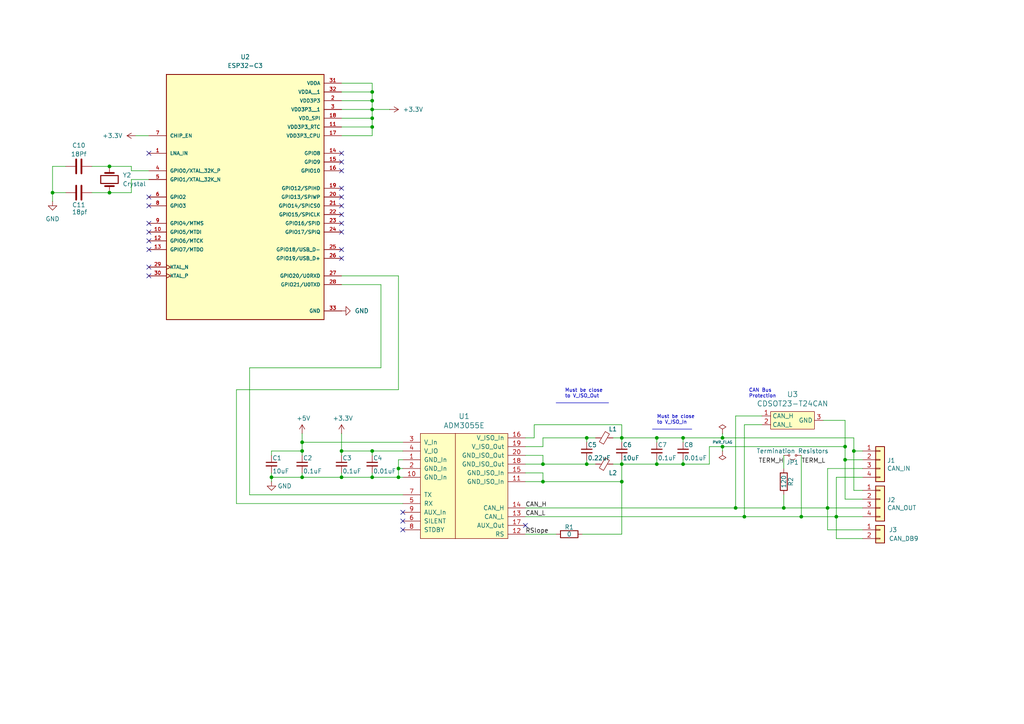
<source format=kicad_sch>
(kicad_sch (version 20231120) (generator "eeschema") (generator_version "8.0")
  (paper "A4")
  (lib_symbols
    (symbol "Connector_Generic:Conn_01x02" (pin_names (offset 1.016) hide)
      (property "Reference" "J" (at 0 2.54 0))
      (property "Value" "Conn_01x02" (at 0 -5.08 0))
      (symbol "Conn_01x02_1_1"
        (rectangle (start -1.27 -2.413) (end 0 -2.667) (stroke (width 0.1524)))
        (rectangle (start -1.27 0.127) (end 0 -0.127) (stroke (width 0.1524)))
        (rectangle (start -1.27 1.27) (end 1.27 -3.81) (stroke (width 0.254)) (fill (type background)))
        (pin passive line (at -5.08 0 0) (length 3.81) (name "Pin_1") (number "1"))
        (pin passive line (at -5.08 -2.54 0) (length 3.81) (name "Pin_2") (number "2"))
      )
    )
    (symbol "Connector_Generic:Conn_01x04" (pin_names (offset 1.016) hide)
      (property "Reference" "J" (at 0 5.08 0))
      (property "Value" "Conn_01x04" (at 0 -7.62 0))
      (symbol "Conn_01x04_1_1"
        (rectangle (start -1.27 -4.953) (end 0 -5.207) (stroke (width 0.1524)))
        (rectangle (start -1.27 -2.413) (end 0 -2.667) (stroke (width 0.1524)))
        (rectangle (start -1.27 0.127) (end 0 -0.127) (stroke (width 0.1524)))
        (rectangle (start -1.27 2.667) (end 0 2.413) (stroke (width 0.1524)))
        (rectangle (start -1.27 3.81) (end 1.27 -6.35) (stroke (width 0.254)) (fill (type background)))
        (pin passive line (at -5.08 2.54 0) (length 3.81) (name "Pin_1") (number "1"))
        (pin passive line (at -5.08 0 0) (length 3.81) (name "Pin_2") (number "2"))
        (pin passive line (at -5.08 -2.54 0) (length 3.81) (name "Pin_3") (number "3"))
        (pin passive line (at -5.08 -5.08 0) (length 3.81) (name "Pin_4") (number "4"))
      )
    )
    (symbol "Device:C" (pin_numbers hide) (pin_names (offset 0.254))
      (property "Reference" "C" (at 0.635 2.54 0))
      (property "Value" "C" (at 0.635 -2.54 0))
      (symbol "C_0_1"
        (polyline (pts (xy -2.032 -0.762) (xy 2.032 -0.762)) (stroke (width 0.508)))
        (polyline (pts (xy -2.032 0.762) (xy 2.032 0.762)) (stroke (width 0.508)))
      )
      (symbol "C_1_1"
        (pin passive line (at 0 3.81 270) (length 2.794) (name "~") (number "1"))
        (pin passive line (at 0 -3.81 90) (length 2.794) (name "~") (number "2"))
      )
    )
    (symbol "Device:C_Small" (pin_numbers hide) (pin_names (offset 0.254) hide)
      (property "Reference" "C" (at 0.254 1.778 0))
      (property "Value" "C_Small" (at 0.254 -2.032 0))
      (symbol "C_Small_0_1"
        (polyline (pts (xy -1.524 -0.508) (xy 1.524 -0.508)) (stroke (width 0.3302)))
        (polyline (pts (xy -1.524 0.508) (xy 1.524 0.508)) (stroke (width 0.3048)))
      )
      (symbol "C_Small_1_1"
        (pin passive line (at 0 2.54 270) (length 2.032) (name "~") (number "1"))
        (pin passive line (at 0 -2.54 90) (length 2.032) (name "~") (number "2"))
      )
    )
    (symbol "Device:Crystal" (pin_numbers hide) (pin_names (offset 1.016) hide)
      (property "Reference" "Y" (at 0 3.81 0))
      (property "Value" "Crystal" (at 0 -3.81 0))
      (symbol "Crystal_0_1"
        (rectangle (start -1.143 2.54) (end 1.143 -2.54) (stroke (width 0.3048)))
        (polyline (pts (xy -2.54 0) (xy -1.905 0)))
        (polyline (pts (xy -1.905 -1.27) (xy -1.905 1.27)) (stroke (width 0.508)))
        (polyline (pts (xy 1.905 -1.27) (xy 1.905 1.27)) (stroke (width 0.508)))
        (polyline (pts (xy 2.54 0) (xy 1.905 0)))
      )
      (symbol "Crystal_1_1"
        (pin passive line (at -3.81 0 0) (length 1.27) (name "1") (number "1"))
        (pin passive line (at 3.81 0 180) (length 1.27) (name "2") (number "2"))
      )
    )
    (symbol "Device:FerriteBead_Small" (pin_numbers hide) (pin_names (offset 0))
      (property "Reference" "FB" (at 1.905 1.27 0))
      (property "Value" "FerriteBead_Small" (at 1.905 -1.27 0))
      (symbol "FerriteBead_Small_0_1"
        (polyline (pts (xy 0 -1.27) (xy 0 -0.7874)))
        (polyline (pts (xy 0 0.889) (xy 0 1.2954)))
        (polyline (pts (xy -1.8288 0.2794) (xy -1.1176 1.4986) (xy 1.8288 -0.2032) (xy 1.1176 -1.4224) (xy -1.8288 0.2794)))
      )
      (symbol "FerriteBead_Small_1_1"
        (pin passive line (at 0 2.54 270) (length 1.27) (name "~") (number "1"))
        (pin passive line (at 0 -2.54 90) (length 1.27) (name "~") (number "2"))
      )
    )
    (symbol "Device:R" (pin_numbers hide) (pin_names (offset 0))
      (property "Reference" "R" (at 2.032 0 90))
      (property "Value" "R" (at 0 0 90))
      (symbol "R_0_1"
        (rectangle (start -1.016 -2.54) (end 1.016 2.54) (stroke (width 0.254)))
      )
      (symbol "R_1_1"
        (pin passive line (at 0 3.81 270) (length 1.27) (name "~") (number "1"))
        (pin passive line (at 0 -3.81 90) (length 1.27) (name "~") (number "2"))
      )
    )
    (symbol "ESP32-C3:ESP32-C3" (pin_names (offset 1.016))
      (property "Reference" "U" (at -22.86 33.782 0))
      (property "Value" "ESP32-C3" (at -22.86 -40.64 0))
      (symbol "ESP32-C3_0_0"
        (rectangle (start -22.86 -38.1) (end 22.86 33.02) (stroke (width 0.254)) (fill (type background)))
        (pin input line (at -27.94 10.16 0) (length 5.08) (name "LNA_IN") (number "1"))
        (pin bidirectional line (at -27.94 -12.7 0) (length 5.08) (name "GPIO5/MTDI") (number "10"))
        (pin power_in line (at 27.94 17.78 180) (length 5.08) (name "VDD3P3_RTC") (number "11"))
        (pin bidirectional line (at -27.94 -15.24 0) (length 5.08) (name "GPIO6/MTCK") (number "12"))
        (pin bidirectional line (at -27.94 -17.78 0) (length 5.08) (name "GPIO7/MTDO") (number "13"))
        (pin bidirectional line (at 27.94 10.16 180) (length 5.08) (name "GPIO8") (number "14"))
        (pin bidirectional line (at 27.94 7.62 180) (length 5.08) (name "GPIO9") (number "15"))
        (pin bidirectional line (at 27.94 5.08 180) (length 5.08) (name "GPIO10") (number "16"))
        (pin power_in line (at 27.94 15.24 180) (length 5.08) (name "VDD3P3_CPU") (number "17"))
        (pin power_in line (at 27.94 20.32 180) (length 5.08) (name "VDD_SPI") (number "18"))
        (pin bidirectional line (at 27.94 0 180) (length 5.08) (name "GPIO12/SPIHD") (number "19"))
        (pin power_in line (at 27.94 25.4 180) (length 5.08) (name "VDD3P3") (number "2"))
        (pin bidirectional line (at 27.94 -2.54 180) (length 5.08) (name "GPIO13/SPIWP") (number "20"))
        (pin bidirectional line (at 27.94 -5.08 180) (length 5.08) (name "GPIO14/SPICS0") (number "21"))
        (pin bidirectional line (at 27.94 -7.62 180) (length 5.08) (name "GPIO15/SPICLK") (number "22"))
        (pin bidirectional line (at 27.94 -10.16 180) (length 5.08) (name "GPIO16/SPID") (number "23"))
        (pin bidirectional line (at 27.94 -12.7 180) (length 5.08) (name "GPIO17/SPIQ") (number "24"))
        (pin bidirectional line (at 27.94 -17.78 180) (length 5.08) (name "GPIO18/USB_D-") (number "25"))
        (pin bidirectional line (at 27.94 -20.32 180) (length 5.08) (name "GPIO19/USB_D+") (number "26"))
        (pin bidirectional line (at 27.94 -25.4 180) (length 5.08) (name "GPIO20/U0RXD") (number "27"))
        (pin bidirectional line (at 27.94 -27.94 180) (length 5.08) (name "GPIO21/U0TXD") (number "28"))
        (pin input clock (at -27.94 -22.86 0) (length 5.08) (name "XTAL_N") (number "29"))
        (pin power_in line (at 27.94 22.86 180) (length 5.08) (name "VDD3P3__1") (number "3"))
        (pin input clock (at -27.94 -25.4 0) (length 5.08) (name "XTAL_P") (number "30"))
        (pin power_in line (at 27.94 30.48 180) (length 5.08) (name "VDDA") (number "31"))
        (pin power_in line (at 27.94 27.94 180) (length 5.08) (name "VDDA__1") (number "32"))
        (pin power_in line (at 27.94 -35.56 180) (length 5.08) (name "GND") (number "33"))
        (pin bidirectional line (at -27.94 5.08 0) (length 5.08) (name "GPIO0/XTAL_32K_P") (number "4"))
        (pin bidirectional line (at -27.94 2.54 0) (length 5.08) (name "GPIO1/XTAL_32K_N") (number "5"))
        (pin bidirectional line (at -27.94 -2.54 0) (length 5.08) (name "GPIO2") (number "6"))
        (pin input line (at -27.94 15.24 0) (length 5.08) (name "CHIP_EN") (number "7"))
        (pin bidirectional line (at -27.94 -5.08 0) (length 5.08) (name "GPIO3") (number "8"))
        (pin bidirectional line (at -27.94 -10.16 0) (length 5.08) (name "GPIO4/MTMS") (number "9"))
      )
    )
    (symbol "Jumper:Jumper_2_Small_Open" (pin_numbers hide) (pin_names (offset 0) hide) (exclude_from_sim yes)
      (property "Reference" "JP" (at 0 2.794 0))
      (property "Value" "Jumper_2_Small_Open" (at 0 -2.286 0))
      (symbol "Jumper_2_Small_Open_0_0"
        (circle (center -1.016 0) (radius 0.254))
        (circle (center 1.016 0) (radius 0.254))
      )
      (symbol "Jumper_2_Small_Open_0_1"
        (arc (start 0.762 1.0196) (mid 0 1.2729) (end -0.762 1.0196))
      )
      (symbol "Jumper_2_Small_Open_1_1"
        (pin passive line (at -2.54 0 0) (length 1.27) (name "A") (number "1"))
        (pin passive line (at 2.54 0 180) (length 1.27) (name "B") (number "2"))
      )
    )
    (symbol "power:+3.3V" (power) (pin_numbers hide) (pin_names (offset 0) hide)
      (property "Value" "+3.3V" (at 0 3.556 0))
      (symbol "+3.3V_0_1"
        (polyline (pts (xy -0.762 1.27) (xy 0 2.54)))
        (polyline (pts (xy 0 0) (xy 0 2.54)))
        (polyline (pts (xy 0 2.54) (xy 0.762 1.27)))
      )
      (symbol "+3.3V_1_1"
        (pin power_in line (at 0 0 90) (length 0) (name "~") (number "1"))
      )
    )
    (symbol "power:+3V3" (power) (pin_numbers hide) (pin_names (offset 0) hide)
      (property "Value" "+3V3" (at 0 3.556 0))
      (symbol "+3V3_0_1"
        (polyline (pts (xy -0.762 1.27) (xy 0 2.54)))
        (polyline (pts (xy 0 0) (xy 0 2.54)))
        (polyline (pts (xy 0 2.54) (xy 0.762 1.27)))
      )
      (symbol "+3V3_1_1"
        (pin power_in line (at 0 0 90) (length 0) (name "~") (number "1"))
      )
    )
    (symbol "power:+5V" (power) (pin_numbers hide) (pin_names (offset 0) hide)
      (property "Value" "+5V" (at 0 3.556 0))
      (symbol "+5V_0_1"
        (polyline (pts (xy -0.762 1.27) (xy 0 2.54)))
        (polyline (pts (xy 0 0) (xy 0 2.54)))
        (polyline (pts (xy 0 2.54) (xy 0.762 1.27)))
      )
      (symbol "+5V_1_1"
        (pin power_in line (at 0 0 90) (length 0) (name "~") (number "1"))
      )
    )
    (symbol "power:GND" (power) (pin_numbers hide) (pin_names (offset 0) hide)
      (property "Value" "GND" (at 0 -3.81 0))
      (symbol "GND_0_1"
        (polyline (pts (xy 0 0) (xy 0 -1.27) (xy 1.27 -1.27) (xy 0 -2.54) (xy -1.27 -1.27) (xy 0 -1.27)))
      )
      (symbol "GND_1_1"
        (pin power_in line (at 0 0 270) (length 0) (name "~") (number "1"))
      )
    )
    (symbol "power:PWR_FLAG" (power) (pin_numbers hide) (pin_names (offset 0) hide)
      (property "Value" "PWR_FLAG" (at 0 3.81 0))
      (symbol "PWR_FLAG_0_0"
        (pin power_out line (at 0 0 90) (length 0) (name "~") (number "1"))
      )
      (symbol "PWR_FLAG_0_1"
        (polyline (pts (xy 0 0) (xy 0 1.27) (xy -1.016 1.905) (xy 0 2.54) (xy 1.016 1.905) (xy 0 1.27)))
      )
    )
    (symbol "utsvt-chips:ADM3055E" (pin_names (offset 1.016))
      (property "Reference" "U" (at 0 16.51 0))
      (property "Value" "ADM3055E" (at 5.08 -2.54 0))
      (symbol "ADM3055E_0_1"
        (rectangle (start -12.7 15.24) (end 12.7 -15.24) (fill (type background)))
        (polyline (pts (xy -2.54 15.24) (xy -2.54 -15.24)))
      )
      (symbol "ADM3055E_1_1"
        (pin power_in line (at -17.78 7.62 0) (length 5.08) (name "GND_In") (number "1"))
        (pin power_in line (at -17.78 2.54 0) (length 5.08) (name "GND_In") (number "10"))
        (pin power_in line (at 17.78 1.27 180) (length 5.08) (name "GND_ISO_In") (number "11"))
        (pin input line (at 17.78 -13.97 180) (length 5.08) (name "RS") (number "12"))
        (pin bidirectional line (at 17.78 -8.89 180) (length 5.08) (name "CAN_L") (number "13"))
        (pin bidirectional line (at 17.78 -6.35 180) (length 5.08) (name "CAN_H") (number "14"))
        (pin power_in line (at 17.78 3.81 180) (length 5.08) (name "GND_ISO_In") (number "15"))
        (pin power_in line (at 17.78 13.97 180) (length 5.08) (name "V_ISO_In") (number "16"))
        (pin output line (at 17.78 -11.43 180) (length 5.08) (name "AUX_Out") (number "17"))
        (pin power_out line (at 17.78 6.35 180) (length 5.08) (name "GND_ISO_Out") (number "18"))
        (pin power_out line (at 17.78 11.43 180) (length 5.08) (name "V_ISO_Out") (number "19"))
        (pin power_in line (at -17.78 5.08 0) (length 5.08) (name "GND_In") (number "2"))
        (pin power_out line (at 17.78 8.89 180) (length 5.08) (name "GND_ISO_Out") (number "20"))
        (pin power_in line (at -17.78 12.7 0) (length 5.08) (name "V_In") (number "3"))
        (pin power_in line (at -17.78 10.16 0) (length 5.08) (name "V_IO") (number "4"))
        (pin output line (at -17.78 -5.08 0) (length 5.08) (name "RX") (number "5"))
        (pin input line (at -17.78 -10.16 0) (length 5.08) (name "SILENT") (number "6"))
        (pin input line (at -17.78 -2.54 0) (length 5.08) (name "TX") (number "7"))
        (pin input line (at -17.78 -12.7 0) (length 5.08) (name "STDBY") (number "8"))
        (pin input line (at -17.78 -7.62 0) (length 5.08) (name "AUX_In") (number "9"))
      )
    )
    (symbol "utsvt-chips:CDSOT23-T24CAN"
      (property "Reference" "U" (at 0 -3.81 0))
      (property "Value" "CDSOT23-T24CAN" (at 0 3.81 0))
      (symbol "CDSOT23-T24CAN_0_1"
        (rectangle (start 6.35 2.54) (end -6.35 -2.54) (fill (type background)))
      )
      (symbol "CDSOT23-T24CAN_1_1"
        (pin passive line (at -8.89 1.27 0) (length 2.54) (name "CAN_H") (number "1"))
        (pin passive line (at -8.89 -1.27 0) (length 2.54) (name "CAN_L") (number "2"))
        (pin passive line (at 8.89 0 180) (length 2.54) (name "GND") (number "3"))
      )
    )
  )
  (junction (at 157.48 134.62))
  (junction (at 170.18 134.62))
  (junction (at 227.33 147.32))
  (junction (at 247.65 130.81))
  (junction (at 99.06 138.43))
  (junction (at 115.57 135.89))
  (junction (at 190.5 134.62))
  (junction (at 99.06 130.81))
  (junction (at 107.95 26.67))
  (junction (at 180.34 139.7))
  (junction (at 107.95 130.81))
  (junction (at 31.75 55.88))
  (junction (at 170.18 127))
  (junction (at 107.95 34.29))
  (junction (at 107.95 29.21))
  (junction (at 87.63 130.81))
  (junction (at 245.11 129.54))
  (junction (at 107.95 36.83))
  (junction (at 180.34 134.62))
  (junction (at 31.75 48.26))
  (junction (at 107.95 31.75))
  (junction (at 190.5 127))
  (junction (at 232.41 149.86))
  (junction (at 15.24 55.88))
  (junction (at 209.55 127))
  (junction (at 245.11 133.35))
  (junction (at 209.55 129.54))
  (junction (at 87.63 128.27))
  (junction (at 87.63 138.43))
  (junction (at 198.12 127))
  (junction (at 157.48 139.7))
  (junction (at 180.34 127))
  (junction (at 115.57 138.43))
  (junction (at 198.12 134.62))
  (junction (at 240.03 147.32))
  (junction (at 242.57 149.86))
  (junction (at 78.74 138.43))
  (junction (at 107.95 138.43))
  (junction (at 215.9 149.86))
  (junction (at 213.36 147.32))
  (no_connect (at 116.84 148.59))
  (no_connect (at 99.06 54.61))
  (no_connect (at 99.06 49.53))
  (no_connect (at 99.06 59.69))
  (no_connect (at 43.18 44.45))
  (no_connect (at 43.18 59.69))
  (no_connect (at 43.18 80.01))
  (no_connect (at 43.18 64.77))
  (no_connect (at 116.84 153.67))
  (no_connect (at 99.06 72.39))
  (no_connect (at 99.06 74.93))
  (no_connect (at 99.06 64.77))
  (no_connect (at 43.18 57.15))
  (no_connect (at 43.18 67.31))
  (no_connect (at 99.06 46.99))
  (no_connect (at 116.84 151.13))
  (no_connect (at 99.06 44.45))
  (no_connect (at 99.06 67.31))
  (no_connect (at 43.18 72.39))
  (no_connect (at 99.06 62.23))
  (no_connect (at 99.06 57.15))
  (no_connect (at 152.4 152.4))
  (no_connect (at 43.18 69.85))
  (no_connect (at 43.18 77.47))
  (wire (pts (xy 107.95 31.75) (xy 107.95 34.29)))
  (wire (pts (xy 161.29 154.94) (xy 152.4 154.94)))
  (wire (pts (xy 87.63 137.16) (xy 87.63 138.43)))
  (wire (pts (xy 157.48 132.08) (xy 152.4 132.08)))
  (wire (pts (xy 240.03 135.89) (xy 240.03 147.32)))
  (wire (pts (xy 180.34 123.19) (xy 180.34 127)))
  (wire (pts (xy 19.05 48.26) (xy 15.24 48.26)))
  (wire (pts (xy 168.91 154.94) (xy 180.34 154.94)))
  (wire (pts (xy 99.06 125.73) (xy 99.06 130.81)))
  (wire (pts (xy 240.03 147.32) (xy 250.19 147.32)))
  (wire (pts (xy 99.06 31.75) (xy 107.95 31.75)))
  (wire (pts (xy 15.24 55.88) (xy 19.05 55.88)))
  (wire (pts (xy 107.95 130.81) (xy 107.95 132.08)))
  (wire (pts (xy 99.06 132.08) (xy 99.06 130.81)))
  (wire (pts (xy 190.5 133.35) (xy 190.5 134.62)))
  (wire (pts (xy 110.49 106.68) (xy 72.39 106.68)))
  (wire (pts (xy 99.06 26.67) (xy 107.95 26.67)))
  (wire (pts (xy 99.06 29.21) (xy 107.95 29.21)))
  (wire (pts (xy 87.63 130.81) (xy 87.63 132.08)))
  (wire (pts (xy 115.57 113.03) (xy 68.58 113.03)))
  (wire (pts (xy 87.63 128.27) (xy 116.84 128.27)))
  (wire (pts (xy 209.55 127) (xy 247.65 127)))
  (wire (pts (xy 245.11 144.78) (xy 250.19 144.78)))
  (wire (pts (xy 205.74 129.54) (xy 209.55 129.54)))
  (wire (pts (xy 180.34 134.62) (xy 180.34 139.7)))
  (wire (pts (xy 238.76 121.92) (xy 245.11 121.92)))
  (wire (pts (xy 242.57 149.86) (xy 242.57 156.21)))
  (wire (pts (xy 68.58 146.05) (xy 116.84 146.05)))
  (wire (pts (xy 99.06 80.01) (xy 115.57 80.01)))
  (wire (pts (xy 87.63 138.43) (xy 99.06 138.43)))
  (wire (pts (xy 157.48 134.62) (xy 170.18 134.62)))
  (wire (pts (xy 157.48 127) (xy 170.18 127)))
  (wire (pts (xy 198.12 127) (xy 209.55 127)))
  (wire (pts (xy 242.57 149.86) (xy 250.19 149.86)))
  (wire (pts (xy 99.06 138.43) (xy 107.95 138.43)))
  (wire (pts (xy 247.65 142.24) (xy 250.19 142.24)))
  (wire (pts (xy 26.67 48.26) (xy 31.75 48.26)))
  (wire (pts (xy 107.95 130.81) (xy 116.84 130.81)))
  (wire (pts (xy 220.98 123.19) (xy 215.9 123.19)))
  (wire (pts (xy 245.11 121.92) (xy 245.11 129.54)))
  (wire (pts (xy 152.4 147.32) (xy 213.36 147.32)))
  (wire (pts (xy 213.36 120.65) (xy 213.36 147.32)))
  (wire (pts (xy 240.03 147.32) (xy 240.03 153.67)))
  (wire (pts (xy 116.84 133.35) (xy 115.57 133.35)))
  (wire (pts (xy 157.48 139.7) (xy 180.34 139.7)))
  (wire (pts (xy 99.06 130.81) (xy 107.95 130.81)))
  (wire (pts (xy 198.12 133.35) (xy 198.12 134.62)))
  (wire (pts (xy 15.24 55.88) (xy 15.24 58.42)))
  (wire (pts (xy 78.74 138.43) (xy 87.63 138.43)))
  (polyline (pts (xy 189.23 124.46) (xy 200.66 124.46)))
  (wire (pts (xy 198.12 134.62) (xy 205.74 134.62)))
  (wire (pts (xy 99.06 39.37) (xy 107.95 39.37)))
  (wire (pts (xy 157.48 129.54) (xy 152.4 129.54)))
  (wire (pts (xy 190.5 128.27) (xy 190.5 127)))
  (wire (pts (xy 177.8 134.62) (xy 180.34 134.62)))
  (wire (pts (xy 240.03 153.67) (xy 250.19 153.67)))
  (wire (pts (xy 31.75 55.88) (xy 38.1 55.88)))
  (wire (pts (xy 38.1 49.53) (xy 43.18 49.53)))
  (wire (pts (xy 157.48 137.16) (xy 152.4 137.16)))
  (wire (pts (xy 72.39 106.68) (xy 72.39 143.51)))
  (wire (pts (xy 99.06 82.55) (xy 110.49 82.55)))
  (wire (pts (xy 115.57 80.01) (xy 115.57 113.03)))
  (wire (pts (xy 190.5 134.62) (xy 198.12 134.62)))
  (wire (pts (xy 115.57 133.35) (xy 115.57 135.89)))
  (wire (pts (xy 170.18 134.62) (xy 170.18 133.35)))
  (wire (pts (xy 180.34 154.94) (xy 180.34 139.7)))
  (wire (pts (xy 215.9 149.86) (xy 232.41 149.86)))
  (wire (pts (xy 190.5 127) (xy 198.12 127)))
  (wire (pts (xy 213.36 147.32) (xy 227.33 147.32)))
  (wire (pts (xy 205.74 134.62) (xy 205.74 129.54)))
  (wire (pts (xy 78.74 139.7) (xy 78.74 138.43)))
  (wire (pts (xy 209.55 130.81) (xy 209.55 129.54)))
  (wire (pts (xy 68.58 113.03) (xy 68.58 146.05)))
  (wire (pts (xy 26.67 55.88) (xy 31.75 55.88)))
  (wire (pts (xy 87.63 125.73) (xy 87.63 128.27)))
  (wire (pts (xy 78.74 130.81) (xy 87.63 130.81)))
  (wire (pts (xy 72.39 143.51) (xy 116.84 143.51)))
  (wire (pts (xy 209.55 127) (xy 209.55 125.73)))
  (wire (pts (xy 152.4 134.62) (xy 157.48 134.62)))
  (wire (pts (xy 242.57 156.21) (xy 250.19 156.21)))
  (wire (pts (xy 38.1 49.53) (xy 38.1 48.26)))
  (wire (pts (xy 250.19 135.89) (xy 240.03 135.89)))
  (wire (pts (xy 232.41 149.86) (xy 242.57 149.86)))
  (wire (pts (xy 107.95 29.21) (xy 107.95 31.75)))
  (wire (pts (xy 107.95 26.67) (xy 107.95 29.21)))
  (wire (pts (xy 87.63 128.27) (xy 87.63 130.81)))
  (wire (pts (xy 78.74 138.43) (xy 78.74 137.16)))
  (wire (pts (xy 115.57 138.43) (xy 116.84 138.43)))
  (wire (pts (xy 245.11 133.35) (xy 245.11 144.78)))
  (wire (pts (xy 99.06 24.13) (xy 107.95 24.13)))
  (wire (pts (xy 107.95 34.29) (xy 107.95 36.83)))
  (wire (pts (xy 180.34 133.35) (xy 180.34 134.62)))
  (wire (pts (xy 107.95 138.43) (xy 107.95 137.16)))
  (wire (pts (xy 99.06 137.16) (xy 99.06 138.43)))
  (wire (pts (xy 227.33 147.32) (xy 240.03 147.32)))
  (polyline (pts (xy 161.29 116.84) (xy 176.53 116.84)))
  (wire (pts (xy 227.33 147.32) (xy 227.33 143.51)))
  (wire (pts (xy 209.55 129.54) (xy 245.11 129.54)))
  (wire (pts (xy 157.48 137.16) (xy 157.48 139.7)))
  (wire (pts (xy 154.94 127) (xy 152.4 127)))
  (wire (pts (xy 177.8 127) (xy 180.34 127)))
  (wire (pts (xy 232.41 132.08) (xy 232.41 149.86)))
  (wire (pts (xy 152.4 139.7) (xy 157.48 139.7)))
  (wire (pts (xy 250.19 138.43) (xy 242.57 138.43)))
  (wire (pts (xy 170.18 127) (xy 172.72 127)))
  (wire (pts (xy 110.49 82.55) (xy 110.49 106.68)))
  (wire (pts (xy 78.74 130.81) (xy 78.74 132.08)))
  (wire (pts (xy 180.34 134.62) (xy 190.5 134.62)))
  (wire (pts (xy 115.57 135.89) (xy 115.57 138.43)))
  (wire (pts (xy 38.1 52.07) (xy 38.1 55.88)))
  (wire (pts (xy 43.18 52.07) (xy 38.1 52.07)))
  (wire (pts (xy 99.06 36.83) (xy 107.95 36.83)))
  (wire (pts (xy 15.24 48.26) (xy 15.24 55.88)))
  (wire (pts (xy 107.95 36.83) (xy 107.95 39.37)))
  (wire (pts (xy 215.9 123.19) (xy 215.9 149.86)))
  (wire (pts (xy 152.4 149.86) (xy 215.9 149.86)))
  (wire (pts (xy 31.75 48.26) (xy 38.1 48.26)))
  (wire (pts (xy 247.65 127) (xy 247.65 130.81)))
  (wire (pts (xy 107.95 31.75) (xy 113.03 31.75)))
  (wire (pts (xy 154.94 123.19) (xy 154.94 127)))
  (wire (pts (xy 245.11 129.54) (xy 245.11 133.35)))
  (wire (pts (xy 227.33 132.08) (xy 227.33 135.89)))
  (wire (pts (xy 170.18 134.62) (xy 172.72 134.62)))
  (wire (pts (xy 99.06 34.29) (xy 107.95 34.29)))
  (wire (pts (xy 170.18 128.27) (xy 170.18 127)))
  (wire (pts (xy 242.57 138.43) (xy 242.57 149.86)))
  (wire (pts (xy 250.19 133.35) (xy 245.11 133.35)))
  (wire (pts (xy 250.19 130.81) (xy 247.65 130.81)))
  (wire (pts (xy 157.48 132.08) (xy 157.48 134.62)))
  (wire (pts (xy 115.57 135.89) (xy 116.84 135.89)))
  (wire (pts (xy 180.34 127) (xy 180.34 128.27)))
  (wire (pts (xy 220.98 120.65) (xy 213.36 120.65)))
  (wire (pts (xy 154.94 123.19) (xy 180.34 123.19)))
  (wire (pts (xy 107.95 138.43) (xy 115.57 138.43)))
  (wire (pts (xy 157.48 127) (xy 157.48 129.54)))
  (wire (pts (xy 198.12 128.27) (xy 198.12 127)))
  (wire (pts (xy 247.65 130.81) (xy 247.65 142.24)))
  (wire (pts (xy 180.34 127) (xy 190.5 127)))
  (wire (pts (xy 107.95 24.13) (xy 107.95 26.67)))
  (wire (pts (xy 39.37 39.37) (xy 43.18 39.37)))
  (text "Must be close\nto V_ISO_Out" (at 163.83 115.57 0) (effects (font (size 1.016 1.016)) (justify left bottom)))
  (text "CAN Bus\nProtection" (at 217.17 115.57 0) (effects (font (size 1.016 1.016)) (justify left bottom)))
  (text "Must be close\nto V_ISO_In" (at 190.5 123.19 0) (effects (font (size 1.016 1.016)) (justify left bottom)))
  (label "CAN_L" (at 152.4 149.86 0))
  (label "TERM_L" (at 232.41 134.62 0))
  (label "TERM_H" (at 227.33 134.62 180))
  (label "RSlope" (at 152.4 154.94 0))
  (label "CAN_H" (at 152.4 147.32 0))
  (symbol (lib_id "power:PWR_FLAG") (at 209.55 125.73 0) (unit 1)
    (property "Reference" "#FLG02" (effects (hide yes)))
    (property "Value" "PWR_FLAG" (at 209.55 128.27 0) (effects (font (size 0.762 0.762))))
    (property "Description" "Special symbol for telling ERC where power comes from" (effects (hide yes)))
  )
  (symbol (lib_id "Device:FerriteBead_Small") (at 175.26 134.62 270) (unit 1)
    (property "Reference" "L2" (at 176.53 137.16 90) (effects (justify left)))
    (property "Value" "1.8k" (effects (hide yes)))
    (property "Footprint" "Inductor_SMD:L_0805_2012Metric" (effects (hide yes)))
    (property "Datasheet" "https://www.mouser.com/ProductDetail/Wurth-Elektronik/742792090?qs=5twSNpOB8IB2sNFtiBxEew%3D%3D" (effects (hide yes)))
    (property "Mouser Part Number" "710-742792090" (effects (hide yes)))
    (property "P/N" " 742792090" (effects (hide yes)))
  )
  (symbol (lib_id "Connector_Generic:Conn_01x02") (at 255.27 153.67 0) (unit 1)
    (property "Reference" "J3" (at 257.81 153.6699 0) (effects (justify left)))
    (property "Value" "CAN_DB9" (at 257.81 156.2099 0) (effects (justify left)))
    (property "Footprint" "Connector_Molex:Molex_Micro-Fit_3.0_43650-0215_1x02_P3.00mm_Vertical" (effects (hide yes)))
    (property "Datasheet" "https://www.molex.com/en-us/products/part-detail/436500215" (effects (hide yes)))
    (property "Description" "Generic connector, single row, 01x02, script generated (kicad-library-utils/schlib/autogen/connector/)" (effects (hide yes)))
    (property "P/N" "436500215" (effects (hide yes)))
  )
  (symbol (lib_id "power:+3.3V") (at 99.06 125.73 0) (unit 1)
    (property "Reference" "#PWR07" (effects (hide yes)))
    (property "Value" "+3.3V" (at 99.441 121.3358 0))
    (property "Description" "Power symbol creates a global label with name \"+3.3V\"" (effects (hide yes)))
  )
  (symbol (lib_id "Device:C_Small") (at 190.5 130.81 0) (unit 1)
    (property "Reference" "C7" (at 190.754 129.032 0) (effects (justify left)))
    (property "Value" "0.1uF" (at 190.754 132.842 0) (effects (justify left)))
    (property "Footprint" "Capacitor_SMD:C_0805_2012Metric" (effects (hide yes)))
    (property "Datasheet" "https://www.mouser.com/ProductDetail/KEMET/C0805C104M5RACTU?qs=VOOUd%252Bza08qHu13WgNByHQ%3D%3D" (effects (hide yes)))
    (property "Description" "Unpolarized capacitor, small symbol" (effects (hide yes)))
    (property "Mouser Part Number" "80-C0805C104M5R" (effects (hide yes)))
    (property "P/N" "C0805C104M5R" (effects (hide yes)))
  )
  (symbol (lib_id "utsvt-chips:ADM3055E") (at 134.62 140.97 0) (unit 1)
    (property "Reference" "U1" (at 134.62 120.7262 0) (effects (font (size 1.524 1.524))))
    (property "Value" "ADM3055E" (at 134.62 123.4186 0) (effects (font (size 1.524 1.524))))
    (property "Footprint" "UTSVT_ICs:SOIC-20W_7.5x15.4mm_Pitch1.27mm" (effects (hide yes)))
    (property "Datasheet" "https://www.analog.com/media/en/technical-documentation/data-sheets/ADM3055E-3057E.pdf" (effects (hide yes)))
    (property "P/N" "ADM3055E" (effects (hide yes)))
  )
  (symbol (lib_id "Connector_Generic:Conn_01x04") (at 255.27 144.78 0) (unit 1)
    (property "Reference" "J2" (at 257.302 144.9832 0) (effects (justify left)))
    (property "Value" "CAN_OUT" (at 257.302 147.2946 0) (effects (justify left)))
    (property "Footprint" "UTSVT_Connectors:Molex_MicroFit3.0_1x4xP3.00mm_PolarizingPeg_Vertical" (effects (hide yes)))
    (property "Description" "Generic connector, single row, 01x04, script generated (kicad-library-utils/schlib/autogen/connector/)" (effects (hide yes)))
    (property "P/N" "436500244" (effects (hide yes)))
  )
  (symbol (lib_id "power:GND") (at 78.74 139.7 0) (unit 1)
    (property "Reference" "#PWR05" (effects (hide yes)))
    (property "Value" "GND" (at 82.55 140.97 0))
    (property "Description" "Power symbol creates a global label with name \"GND\" , ground" (effects (hide yes)))
  )
  (symbol (lib_id "Device:C") (at 22.86 48.26 90) (unit 1)
    (property "Reference" "C10" (at 22.86 42.164 90))
    (property "Value" "18Pf" (at 22.86 44.704 90))
    (property "Footprint" "Capacitor_SMD:C_0805_2012Metric" (effects (hide yes)))
    (property "Description" "Unpolarized capacitor" (effects (hide yes)))
  )
  (symbol (lib_id "Device:C_Small") (at 198.12 130.81 0) (unit 1)
    (property "Reference" "C8" (at 198.374 129.032 0) (effects (justify left)))
    (property "Value" "0.01uF" (at 198.374 132.842 0) (effects (justify left)))
    (property "Footprint" "Capacitor_SMD:C_0805_2012Metric" (effects (hide yes)))
    (property "Datasheet" "https://www.mouser.com/ProductDetail/KEMET/C0805C103J5RACTU?qs=Onq5MIl0ZjiJ615hCkQQ7A%3D%3D" (effects (hide yes)))
    (property "Description" "Unpolarized capacitor, small symbol" (effects (hide yes)))
    (property "P/N" "C0805C103J5RACTU" (effects (hide yes)))
  )
  (symbol (lib_id "Device:R") (at 227.33 139.7 0) (unit 1)
    (property "Reference" "R2" (at 229.362 139.7 90))
    (property "Value" "120" (at 227.33 139.7 90))
    (property "Footprint" "Resistor_SMD:R_0805_2012Metric" (effects (hide yes)))
    (property "Datasheet" "https://www.mouser.com/ProductDetail/71-CRCW0805120RFKEA" (effects (hide yes)))
    (property "Description" "Resistor" (effects (hide yes)))
    (property "P/N" "CRCW0805120RFKEA" (effects (hide yes)))
  )
  (symbol (lib_id "Connector_Generic:Conn_01x04") (at 255.27 133.35 0) (unit 1)
    (property "Reference" "J1" (at 257.2766 133.5532 0) (effects (justify left)))
    (property "Value" "CAN_IN" (at 257.2766 135.8646 0) (effects (justify left)))
    (property "Footprint" "UTSVT_Connectors:Molex_MicroFit3.0_1x4xP3.00mm_PolarizingPeg_Vertical" (effects (hide yes)))
    (property "Description" "Generic connector, single row, 01x04, script generated (kicad-library-utils/schlib/autogen/connector/)" (effects (hide yes)))
    (property "P/N" "436500244" (effects (hide yes)))
  )
  (symbol (lib_id "Device:C_Small") (at 87.63 134.62 0) (unit 1)
    (property "Reference" "C2" (at 87.884 132.842 0) (effects (justify left)))
    (property "Value" "0.1uF" (at 87.884 136.652 0) (effects (justify left)))
    (property "Footprint" "Capacitor_SMD:C_0805_2012Metric" (effects (hide yes)))
    (property "Datasheet" "https://www.mouser.com/ProductDetail/KEMET/C0805C104M5RACTU?qs=VOOUd%252Bza08qHu13WgNByHQ%3D%3D" (effects (hide yes)))
    (property "Description" "Unpolarized capacitor, small symbol" (effects (hide yes)))
    (property "Mouser Part Number" "80-C0805C104M5R" (effects (hide yes)))
    (property "P/N" "C0805C104M5R" (effects (hide yes)))
  )
  (symbol (lib_id "power:GND") (at 99.06 90.17 90) (unit 1)
    (property "Reference" "#PWR01" (effects (hide yes)))
    (property "Value" "GND" (at 102.87 90.1699 90) (effects (justify right)))
    (property "Description" "Power symbol creates a global label with name \"GND\" , ground" (effects (hide yes)))
  )
  (symbol (lib_id "utsvt-chips:CDSOT23-T24CAN") (at 229.87 121.92 0) (unit 1)
    (property "Reference" "U3" (at 229.87 114.3762 0) (effects (font (size 1.524 1.524))))
    (property "Value" "CDSOT23-T24CAN" (at 229.87 117.0686 0) (effects (font (size 1.524 1.524))))
    (property "Footprint" "Package_TO_SOT_SMD:SOT-23-3" (effects (hide yes)))
    (property "Datasheet" "https://www.mouser.com/ProductDetail/Bourns/CDSOT23-T24CAN?qs=Z7P4xsdcg2LuAOb%2FzQ7xoQ%3D%3D&srsltid=AfmBOoo-PAeiWAfgofEpaXl2YTbs5tzVBFt4xpFaZPxBSWl1qHW5CPZ0" (effects (hide yes)))
    (property "Mouser Part Number" "652-CDSOT23-T24CAN " (effects (hide yes)))
    (property "P/N" "CDSOT23-T24CAN " (effects (hide yes)))
  )
  (symbol (lib_id "Device:C_Small") (at 180.34 130.81 0) (unit 1)
    (property "Reference" "C6" (at 180.594 129.032 0) (effects (justify left)))
    (property "Value" "10uF" (at 180.594 132.842 0) (effects (justify left)))
    (property "Footprint" "Capacitor_SMD:C_0805_2012Metric" (effects (hide yes)))
    (property "Datasheet" "https://www.mouser.com/ProductDetail/TAIYO-YUDEN/TMK212BBJ106MGHT?qs=sGAEpiMZZMsh%252B1woXyUXj6Ion9DcW8uk%2FCsbgn7gICc%3D" (effects (hide yes)))
    (property "Description" "Unpolarized capacitor, small symbol" (effects (hide yes)))
    (property "Mouser Part Number" "963-TMK212BBJ106MGHT" (effects (hide yes)))
    (property "P/N" "TMK212BBJ106MGHT" (effects (hide yes)))
  )
  (symbol (lib_id "Device:C_Small") (at 78.74 134.62 0) (unit 1)
    (property "Reference" "C1" (at 78.994 132.842 0) (effects (justify left)))
    (property "Value" "10uF" (at 78.994 136.652 0) (effects (justify left)))
    (property "Footprint" "Capacitor_SMD:C_0805_2012Metric" (effects (hide yes)))
    (property "Datasheet" "https://www.mouser.com/ProductDetail/TAIYO-YUDEN/TMK212BBJ106MGHT?qs=sGAEpiMZZMsh%252B1woXyUXj6Ion9DcW8uk%2FCsbgn7gICc%3D" (effects (hide yes)))
    (property "Description" "Unpolarized capacitor, small symbol" (effects (hide yes)))
    (property "Mouser Part Number" "963-TMK212BBJ106MGHT" (effects (hide yes)))
    (property "P/N" "TMK212BBJ106MGHT" (effects (hide yes)))
  )
  (symbol (lib_id "Device:C_Small") (at 99.06 134.62 0) (unit 1)
    (property "Reference" "C3" (at 99.314 132.842 0) (effects (justify left)))
    (property "Value" "0.1uF" (at 99.314 136.652 0) (effects (justify left)))
    (property "Footprint" "Capacitor_SMD:C_0805_2012Metric" (effects (hide yes)))
    (property "Datasheet" "https://www.mouser.com/ProductDetail/KEMET/C0805C104M5RACTU?qs=VOOUd%252Bza08qHu13WgNByHQ%3D%3D" (effects (hide yes)))
    (property "Description" "Unpolarized capacitor, small symbol" (effects (hide yes)))
    (property "Mouser Part Number" "80-C0805C104M5R" (effects (hide yes)))
    (property "P/N" "C0805C104M5R" (effects (hide yes)))
  )
  (symbol (lib_id "ESP32-C3:ESP32-C3") (at 71.12 54.61 0) (unit 1)
    (property "Reference" "U2" (at 71.12 16.51 0))
    (property "Value" "ESP32-C3" (at 71.12 19.05 0))
    (property "Footprint" "ESP32_C3:QFN32_5X5_EXP" (effects (hide yes)))
    (property "PARTREV" "2.0" (effects (hide yes)))
    (property "STANDARD" "IPC-7351B" (effects (hide yes)))
    (property "MAXIMUM_PACKAGE_HEIGHT" "0.9mm" (effects (hide yes)))
    (property "MANUFACTURER" "Espressif Systems" (effects (hide yes)))
  )
  (symbol (lib_id "Device:Crystal") (at 31.75 52.07 90) (unit 1)
    (property "Reference" "Y2" (at 35.56 50.7999 90) (effects (justify right)))
    (property "Value" "Crystal" (at 35.56 53.3399 90) (effects (justify right)))
    (property "Footprint" "Crystal:Crystal_SMD_TXC_7A-2Pin_5x3.2mm" (effects (hide yes)))
    (property "Description" "Two pin crystal" (effects (hide yes)))
  )
  (symbol (lib_id "Device:C_Small") (at 170.18 130.81 0) (unit 1)
    (property "Reference" "C5" (at 170.434 129.032 0) (effects (justify left)))
    (property "Value" "0.22uF" (at 170.434 132.842 0) (effects (justify left)))
    (property "Footprint" "Capacitor_SMD:C_0805_2012Metric" (effects (hide yes)))
    (property "Datasheet" "https://www.mouser.com/ProductDetail/KEMET/C0805C224J1RECTU?qs=55YtniHzbhA8coEmCgZh4A%3D%3D&srsltid=AfmBOope8E98p1TAxytK4MEkGo55JjU107N1pzX-xa8_vzbWYaq6BWq_" (effects (hide yes)))
    (property "Description" "Unpolarized capacitor, small symbol" (effects (hide yes)))
    (property "Mouser Part Number" "80-C0805C224J1RECTU" (effects (hide yes)))
    (property "P/N" "C0805C224J1RECTU" (effects (hide yes)))
  )
  (symbol (lib_id "Device:FerriteBead_Small") (at 175.26 127 270) (unit 1)
    (property "Reference" "L1" (at 176.53 124.46 90) (effects (justify left)))
    (property "Value" "1.8k" (effects (hide yes)))
    (property "Footprint" "Inductor_SMD:L_0805_2012Metric" (effects (hide yes)))
    (property "Datasheet" "https://www.mouser.com/ProductDetail/Wurth-Elektronik/742792090?qs=5twSNpOB8IB2sNFtiBxEew%3D%3D" (effects (hide yes)))
    (property "Mouser Part Number" "710-742792090" (effects (hide yes)))
    (property "P/N" " 742792090" (effects (hide yes)))
  )
  (symbol (lib_id "power:+3V3") (at 113.03 31.75 270) (unit 1)
    (property "Reference" "#PWR03" (effects (hide yes)))
    (property "Value" "+3.3V" (at 116.84 31.7499 90) (effects (justify left)))
    (property "Description" "Power symbol creates a global label with name \"+3V3\"" (effects (hide yes)))
  )
  (symbol (lib_id "power:+5V") (at 87.63 125.73 0) (unit 1)
    (property "Reference" "#PWR06" (effects (hide yes)))
    (property "Value" "+5V" (at 88.011 121.3358 0))
    (property "Description" "Power symbol creates a global label with name \"+5V\"" (effects (hide yes)))
  )
  (symbol (lib_id "power:GND") (at 15.24 58.42 0) (unit 1)
    (property "Reference" "#PWR08" (effects (hide yes)))
    (property "Value" "GND" (at 15.24 63.5 0))
    (property "Description" "Power symbol creates a global label with name \"GND\" , ground" (effects (hide yes)))
  )
  (symbol (lib_id "power:PWR_FLAG") (at 209.55 130.81 180) (unit 1)
    (property "Reference" "#FLG03" (effects (hide yes)))
    (property "Value" "PWR_FLAG" (effects (hide yes)))
    (property "Description" "Special symbol for telling ERC where power comes from" (effects (hide yes)))
  )
  (symbol (lib_id "Device:C_Small") (at 107.95 134.62 0) (unit 1)
    (property "Reference" "C4" (at 108.204 132.842 0) (effects (justify left)))
    (property "Value" "0.01uF" (at 108.204 136.652 0) (effects (justify left)))
    (property "Footprint" "Capacitor_SMD:C_0805_2012Metric" (effects (hide yes)))
    (property "Datasheet" "https://www.mouser.com/ProductDetail/KEMET/C0805C103J5RACTU?qs=Onq5MIl0ZjiJ615hCkQQ7A%3D%3D" (effects (hide yes)))
    (property "Description" "Unpolarized capacitor, small symbol" (effects (hide yes)))
    (property "P/N" "C0805C103J5RACTU" (effects (hide yes)))
  )
  (symbol (lib_id "Device:C") (at 22.86 55.88 90) (unit 1)
    (property "Reference" "C11" (at 22.86 59.436 90))
    (property "Value" "18pf" (at 23.114 62.23 90) (effects (justify top)))
    (property "Footprint" "Capacitor_SMD:C_0805_2012Metric" (effects (hide yes)))
    (property "Description" "Unpolarized capacitor" (effects (hide yes)))
  )
  (symbol (lib_id "power:+3.3V") (at 39.37 39.37 90) (unit 1)
    (property "Reference" "#PWR02" (effects (hide yes)))
    (property "Value" "+3.3V" (at 35.56 39.3699 90) (effects (justify left)))
    (property "Description" "Power symbol creates a global label with name \"+3.3V\"" (effects (hide yes)))
  )
  (symbol (lib_id "Device:R") (at 165.1 154.94 90) (unit 1)
    (property "Reference" "R1" (at 165.1 152.908 90))
    (property "Value" "0" (at 165.1 154.94 90))
    (property "Footprint" "Resistor_SMD:R_0805_2012Metric" (effects (hide yes)))
    (property "Datasheet" "https://www.mouser.in/ProductDetail/Vishay-Dale/CRCW08050000Z0EAC?qs=E3Y5ESvWgWMnvHb9ZvShmA%3D%3D" (effects (hide yes)))
    (property "Description" "Resistor" (effects (hide yes)))
    (property "Mouser Part Number" "71-CRCW08050000Z0EAC " (effects (hide yes)))
    (property "P/N" "CRCW08050000Z0EAC " (effects (hide yes)))
  )
  (symbol (lib_id "Jumper:Jumper_2_Small_Open") (at 229.87 132.08 180) (unit 1)
    (property "Reference" "JP1" (at 229.87 134.112 0))
    (property "Value" "Termination Resistors" (at 229.87 130.81 0))
    (property "Footprint" "Connector_PinHeader_2.54mm:PinHeader_1x02_P2.54mm_Vertical" (effects (hide yes)))
    (property "Datasheet" "https://www.molex.com/en-us/products/part-detail/436500215" (effects (hide yes)))
  )
)
</source>
